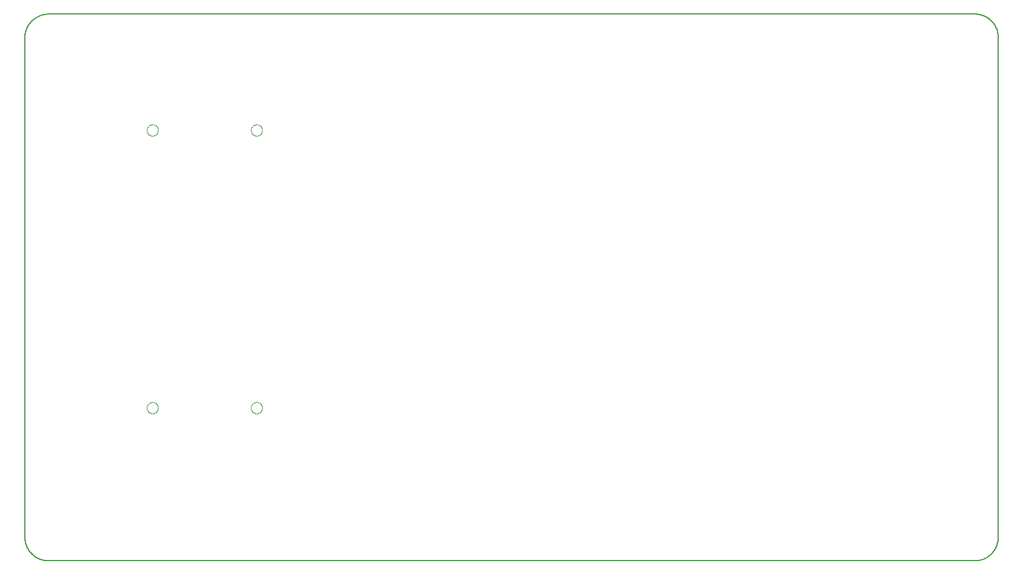
<source format=gbp>
G75*
%MOIN*%
%OFA0B0*%
%FSLAX25Y25*%
%IPPOS*%
%LPD*%
%AMOC8*
5,1,8,0,0,1.08239X$1,22.5*
%
%ADD10C,0.00600*%
%ADD11C,0.00000*%
D10*
X0021119Y0007483D02*
X0279165Y0007512D01*
X0555044Y0007512D01*
X0555371Y0007516D01*
X0555697Y0007528D01*
X0556023Y0007548D01*
X0556349Y0007575D01*
X0556674Y0007611D01*
X0556997Y0007654D01*
X0557320Y0007705D01*
X0557642Y0007764D01*
X0557961Y0007831D01*
X0558280Y0007905D01*
X0558596Y0007987D01*
X0558910Y0008077D01*
X0559222Y0008174D01*
X0559531Y0008278D01*
X0559838Y0008391D01*
X0560142Y0008510D01*
X0560443Y0008637D01*
X0560741Y0008771D01*
X0561036Y0008912D01*
X0561327Y0009061D01*
X0561614Y0009216D01*
X0561898Y0009378D01*
X0562178Y0009547D01*
X0562453Y0009723D01*
X0562724Y0009905D01*
X0562991Y0010094D01*
X0563253Y0010289D01*
X0563510Y0010491D01*
X0563762Y0010698D01*
X0564009Y0010912D01*
X0564251Y0011132D01*
X0564488Y0011357D01*
X0564719Y0011588D01*
X0564944Y0011825D01*
X0565164Y0012067D01*
X0565378Y0012314D01*
X0565585Y0012566D01*
X0565787Y0012823D01*
X0565982Y0013085D01*
X0566171Y0013352D01*
X0566353Y0013623D01*
X0566529Y0013898D01*
X0566698Y0014178D01*
X0566860Y0014462D01*
X0567015Y0014749D01*
X0567164Y0015040D01*
X0567305Y0015335D01*
X0567439Y0015633D01*
X0567566Y0015934D01*
X0567685Y0016238D01*
X0567798Y0016545D01*
X0567902Y0016854D01*
X0567999Y0017166D01*
X0568089Y0017480D01*
X0568171Y0017796D01*
X0568245Y0018115D01*
X0568312Y0018434D01*
X0568371Y0018756D01*
X0568422Y0019079D01*
X0568465Y0019402D01*
X0568501Y0019727D01*
X0568528Y0020053D01*
X0568548Y0020379D01*
X0568560Y0020705D01*
X0568564Y0021032D01*
X0568564Y0309091D01*
X0568565Y0309091D02*
X0568561Y0309415D01*
X0568549Y0309739D01*
X0568530Y0310063D01*
X0568502Y0310386D01*
X0568467Y0310708D01*
X0568424Y0311029D01*
X0568374Y0311349D01*
X0568315Y0311668D01*
X0568249Y0311986D01*
X0568175Y0312301D01*
X0568094Y0312615D01*
X0568005Y0312927D01*
X0567908Y0313236D01*
X0567805Y0313543D01*
X0567693Y0313848D01*
X0567575Y0314149D01*
X0567449Y0314448D01*
X0567316Y0314744D01*
X0567176Y0315036D01*
X0567029Y0315325D01*
X0566874Y0315610D01*
X0566713Y0315891D01*
X0566546Y0316169D01*
X0566371Y0316442D01*
X0566191Y0316711D01*
X0566003Y0316976D01*
X0565809Y0317235D01*
X0565610Y0317491D01*
X0565404Y0317741D01*
X0565192Y0317986D01*
X0564974Y0318226D01*
X0564750Y0318461D01*
X0564521Y0318690D01*
X0564286Y0318914D01*
X0564046Y0319132D01*
X0563801Y0319344D01*
X0563551Y0319550D01*
X0563295Y0319749D01*
X0563036Y0319943D01*
X0562771Y0320131D01*
X0562502Y0320311D01*
X0562229Y0320486D01*
X0561951Y0320653D01*
X0561670Y0320814D01*
X0561385Y0320969D01*
X0561096Y0321116D01*
X0560804Y0321256D01*
X0560508Y0321389D01*
X0560209Y0321515D01*
X0559908Y0321633D01*
X0559603Y0321745D01*
X0559296Y0321848D01*
X0558987Y0321945D01*
X0558675Y0322034D01*
X0558361Y0322115D01*
X0558046Y0322189D01*
X0557728Y0322255D01*
X0557409Y0322314D01*
X0557089Y0322364D01*
X0556768Y0322407D01*
X0556446Y0322442D01*
X0556123Y0322470D01*
X0555799Y0322489D01*
X0555475Y0322501D01*
X0555151Y0322505D01*
X0021123Y0322505D01*
X0020794Y0322501D01*
X0020465Y0322489D01*
X0020137Y0322469D01*
X0019809Y0322441D01*
X0019482Y0322406D01*
X0019156Y0322362D01*
X0018831Y0322311D01*
X0018508Y0322251D01*
X0018186Y0322184D01*
X0017865Y0322109D01*
X0017547Y0322027D01*
X0017231Y0321937D01*
X0016917Y0321839D01*
X0016605Y0321733D01*
X0016296Y0321620D01*
X0015990Y0321500D01*
X0015687Y0321372D01*
X0015387Y0321237D01*
X0015090Y0321095D01*
X0014797Y0320946D01*
X0014508Y0320789D01*
X0014222Y0320626D01*
X0013941Y0320456D01*
X0013663Y0320279D01*
X0013391Y0320095D01*
X0013122Y0319905D01*
X0012858Y0319709D01*
X0012599Y0319506D01*
X0012345Y0319297D01*
X0012097Y0319082D01*
X0011853Y0318861D01*
X0011615Y0318634D01*
X0011382Y0318401D01*
X0011155Y0318163D01*
X0010934Y0317919D01*
X0010719Y0317671D01*
X0010510Y0317417D01*
X0010307Y0317158D01*
X0010111Y0316894D01*
X0009921Y0316625D01*
X0009737Y0316353D01*
X0009560Y0316075D01*
X0009390Y0315794D01*
X0009227Y0315508D01*
X0009070Y0315219D01*
X0008921Y0314926D01*
X0008779Y0314629D01*
X0008644Y0314329D01*
X0008516Y0314026D01*
X0008396Y0313720D01*
X0008283Y0313411D01*
X0008177Y0313099D01*
X0008079Y0312785D01*
X0007989Y0312469D01*
X0007907Y0312151D01*
X0007832Y0311830D01*
X0007765Y0311508D01*
X0007705Y0311185D01*
X0007654Y0310860D01*
X0007610Y0310534D01*
X0007575Y0310207D01*
X0007547Y0309879D01*
X0007527Y0309551D01*
X0007515Y0309222D01*
X0007511Y0308893D01*
X0007512Y0308893D02*
X0007512Y0021090D01*
X0007516Y0020761D01*
X0007528Y0020433D01*
X0007548Y0020104D01*
X0007576Y0019777D01*
X0007611Y0019450D01*
X0007655Y0019124D01*
X0007706Y0018799D01*
X0007765Y0018476D01*
X0007833Y0018154D01*
X0007907Y0017834D01*
X0007990Y0017515D01*
X0008080Y0017199D01*
X0008178Y0016885D01*
X0008283Y0016574D01*
X0008396Y0016265D01*
X0008517Y0015959D01*
X0008644Y0015656D01*
X0008779Y0015356D01*
X0008921Y0015059D01*
X0009071Y0014767D01*
X0009227Y0014477D01*
X0009390Y0014192D01*
X0009560Y0013910D01*
X0009737Y0013633D01*
X0009921Y0013360D01*
X0010111Y0013092D01*
X0010307Y0012828D01*
X0010510Y0012569D01*
X0010719Y0012316D01*
X0010934Y0012067D01*
X0011155Y0011823D01*
X0011382Y0011585D01*
X0011614Y0011353D01*
X0011852Y0011126D01*
X0012096Y0010905D01*
X0012345Y0010690D01*
X0012598Y0010481D01*
X0012857Y0010278D01*
X0013121Y0010082D01*
X0013389Y0009892D01*
X0013662Y0009708D01*
X0013939Y0009531D01*
X0014221Y0009361D01*
X0014506Y0009198D01*
X0014796Y0009042D01*
X0015088Y0008892D01*
X0015385Y0008750D01*
X0015685Y0008615D01*
X0015988Y0008488D01*
X0016294Y0008367D01*
X0016603Y0008254D01*
X0016914Y0008149D01*
X0017228Y0008051D01*
X0017544Y0007961D01*
X0017863Y0007878D01*
X0018183Y0007804D01*
X0018505Y0007736D01*
X0018828Y0007677D01*
X0019153Y0007626D01*
X0019479Y0007582D01*
X0019806Y0007547D01*
X0020133Y0007519D01*
X0020462Y0007499D01*
X0020790Y0007487D01*
X0021119Y0007483D01*
D11*
X0077797Y0095609D02*
X0077799Y0095722D01*
X0077805Y0095836D01*
X0077815Y0095949D01*
X0077829Y0096061D01*
X0077846Y0096173D01*
X0077868Y0096285D01*
X0077894Y0096395D01*
X0077923Y0096505D01*
X0077956Y0096613D01*
X0077993Y0096721D01*
X0078034Y0096826D01*
X0078078Y0096931D01*
X0078126Y0097034D01*
X0078177Y0097135D01*
X0078232Y0097234D01*
X0078291Y0097331D01*
X0078353Y0097426D01*
X0078418Y0097519D01*
X0078486Y0097610D01*
X0078557Y0097698D01*
X0078632Y0097784D01*
X0078709Y0097867D01*
X0078789Y0097947D01*
X0078872Y0098024D01*
X0078958Y0098099D01*
X0079046Y0098170D01*
X0079137Y0098238D01*
X0079230Y0098303D01*
X0079325Y0098365D01*
X0079422Y0098424D01*
X0079521Y0098479D01*
X0079622Y0098530D01*
X0079725Y0098578D01*
X0079830Y0098622D01*
X0079935Y0098663D01*
X0080043Y0098700D01*
X0080151Y0098733D01*
X0080261Y0098762D01*
X0080371Y0098788D01*
X0080483Y0098810D01*
X0080595Y0098827D01*
X0080707Y0098841D01*
X0080820Y0098851D01*
X0080934Y0098857D01*
X0081047Y0098859D01*
X0081160Y0098857D01*
X0081274Y0098851D01*
X0081387Y0098841D01*
X0081499Y0098827D01*
X0081611Y0098810D01*
X0081723Y0098788D01*
X0081833Y0098762D01*
X0081943Y0098733D01*
X0082051Y0098700D01*
X0082159Y0098663D01*
X0082264Y0098622D01*
X0082369Y0098578D01*
X0082472Y0098530D01*
X0082573Y0098479D01*
X0082672Y0098424D01*
X0082769Y0098365D01*
X0082864Y0098303D01*
X0082957Y0098238D01*
X0083048Y0098170D01*
X0083136Y0098099D01*
X0083222Y0098024D01*
X0083305Y0097947D01*
X0083385Y0097867D01*
X0083462Y0097784D01*
X0083537Y0097698D01*
X0083608Y0097610D01*
X0083676Y0097519D01*
X0083741Y0097426D01*
X0083803Y0097331D01*
X0083862Y0097234D01*
X0083917Y0097135D01*
X0083968Y0097034D01*
X0084016Y0096931D01*
X0084060Y0096826D01*
X0084101Y0096721D01*
X0084138Y0096613D01*
X0084171Y0096505D01*
X0084200Y0096395D01*
X0084226Y0096285D01*
X0084248Y0096173D01*
X0084265Y0096061D01*
X0084279Y0095949D01*
X0084289Y0095836D01*
X0084295Y0095722D01*
X0084297Y0095609D01*
X0084295Y0095496D01*
X0084289Y0095382D01*
X0084279Y0095269D01*
X0084265Y0095157D01*
X0084248Y0095045D01*
X0084226Y0094933D01*
X0084200Y0094823D01*
X0084171Y0094713D01*
X0084138Y0094605D01*
X0084101Y0094497D01*
X0084060Y0094392D01*
X0084016Y0094287D01*
X0083968Y0094184D01*
X0083917Y0094083D01*
X0083862Y0093984D01*
X0083803Y0093887D01*
X0083741Y0093792D01*
X0083676Y0093699D01*
X0083608Y0093608D01*
X0083537Y0093520D01*
X0083462Y0093434D01*
X0083385Y0093351D01*
X0083305Y0093271D01*
X0083222Y0093194D01*
X0083136Y0093119D01*
X0083048Y0093048D01*
X0082957Y0092980D01*
X0082864Y0092915D01*
X0082769Y0092853D01*
X0082672Y0092794D01*
X0082573Y0092739D01*
X0082472Y0092688D01*
X0082369Y0092640D01*
X0082264Y0092596D01*
X0082159Y0092555D01*
X0082051Y0092518D01*
X0081943Y0092485D01*
X0081833Y0092456D01*
X0081723Y0092430D01*
X0081611Y0092408D01*
X0081499Y0092391D01*
X0081387Y0092377D01*
X0081274Y0092367D01*
X0081160Y0092361D01*
X0081047Y0092359D01*
X0080934Y0092361D01*
X0080820Y0092367D01*
X0080707Y0092377D01*
X0080595Y0092391D01*
X0080483Y0092408D01*
X0080371Y0092430D01*
X0080261Y0092456D01*
X0080151Y0092485D01*
X0080043Y0092518D01*
X0079935Y0092555D01*
X0079830Y0092596D01*
X0079725Y0092640D01*
X0079622Y0092688D01*
X0079521Y0092739D01*
X0079422Y0092794D01*
X0079325Y0092853D01*
X0079230Y0092915D01*
X0079137Y0092980D01*
X0079046Y0093048D01*
X0078958Y0093119D01*
X0078872Y0093194D01*
X0078789Y0093271D01*
X0078709Y0093351D01*
X0078632Y0093434D01*
X0078557Y0093520D01*
X0078486Y0093608D01*
X0078418Y0093699D01*
X0078353Y0093792D01*
X0078291Y0093887D01*
X0078232Y0093984D01*
X0078177Y0094083D01*
X0078126Y0094184D01*
X0078078Y0094287D01*
X0078034Y0094392D01*
X0077993Y0094497D01*
X0077956Y0094605D01*
X0077923Y0094713D01*
X0077894Y0094823D01*
X0077868Y0094933D01*
X0077846Y0095045D01*
X0077829Y0095157D01*
X0077815Y0095269D01*
X0077805Y0095382D01*
X0077799Y0095496D01*
X0077797Y0095609D01*
X0137797Y0095609D02*
X0137799Y0095722D01*
X0137805Y0095836D01*
X0137815Y0095949D01*
X0137829Y0096061D01*
X0137846Y0096173D01*
X0137868Y0096285D01*
X0137894Y0096395D01*
X0137923Y0096505D01*
X0137956Y0096613D01*
X0137993Y0096721D01*
X0138034Y0096826D01*
X0138078Y0096931D01*
X0138126Y0097034D01*
X0138177Y0097135D01*
X0138232Y0097234D01*
X0138291Y0097331D01*
X0138353Y0097426D01*
X0138418Y0097519D01*
X0138486Y0097610D01*
X0138557Y0097698D01*
X0138632Y0097784D01*
X0138709Y0097867D01*
X0138789Y0097947D01*
X0138872Y0098024D01*
X0138958Y0098099D01*
X0139046Y0098170D01*
X0139137Y0098238D01*
X0139230Y0098303D01*
X0139325Y0098365D01*
X0139422Y0098424D01*
X0139521Y0098479D01*
X0139622Y0098530D01*
X0139725Y0098578D01*
X0139830Y0098622D01*
X0139935Y0098663D01*
X0140043Y0098700D01*
X0140151Y0098733D01*
X0140261Y0098762D01*
X0140371Y0098788D01*
X0140483Y0098810D01*
X0140595Y0098827D01*
X0140707Y0098841D01*
X0140820Y0098851D01*
X0140934Y0098857D01*
X0141047Y0098859D01*
X0141160Y0098857D01*
X0141274Y0098851D01*
X0141387Y0098841D01*
X0141499Y0098827D01*
X0141611Y0098810D01*
X0141723Y0098788D01*
X0141833Y0098762D01*
X0141943Y0098733D01*
X0142051Y0098700D01*
X0142159Y0098663D01*
X0142264Y0098622D01*
X0142369Y0098578D01*
X0142472Y0098530D01*
X0142573Y0098479D01*
X0142672Y0098424D01*
X0142769Y0098365D01*
X0142864Y0098303D01*
X0142957Y0098238D01*
X0143048Y0098170D01*
X0143136Y0098099D01*
X0143222Y0098024D01*
X0143305Y0097947D01*
X0143385Y0097867D01*
X0143462Y0097784D01*
X0143537Y0097698D01*
X0143608Y0097610D01*
X0143676Y0097519D01*
X0143741Y0097426D01*
X0143803Y0097331D01*
X0143862Y0097234D01*
X0143917Y0097135D01*
X0143968Y0097034D01*
X0144016Y0096931D01*
X0144060Y0096826D01*
X0144101Y0096721D01*
X0144138Y0096613D01*
X0144171Y0096505D01*
X0144200Y0096395D01*
X0144226Y0096285D01*
X0144248Y0096173D01*
X0144265Y0096061D01*
X0144279Y0095949D01*
X0144289Y0095836D01*
X0144295Y0095722D01*
X0144297Y0095609D01*
X0144295Y0095496D01*
X0144289Y0095382D01*
X0144279Y0095269D01*
X0144265Y0095157D01*
X0144248Y0095045D01*
X0144226Y0094933D01*
X0144200Y0094823D01*
X0144171Y0094713D01*
X0144138Y0094605D01*
X0144101Y0094497D01*
X0144060Y0094392D01*
X0144016Y0094287D01*
X0143968Y0094184D01*
X0143917Y0094083D01*
X0143862Y0093984D01*
X0143803Y0093887D01*
X0143741Y0093792D01*
X0143676Y0093699D01*
X0143608Y0093608D01*
X0143537Y0093520D01*
X0143462Y0093434D01*
X0143385Y0093351D01*
X0143305Y0093271D01*
X0143222Y0093194D01*
X0143136Y0093119D01*
X0143048Y0093048D01*
X0142957Y0092980D01*
X0142864Y0092915D01*
X0142769Y0092853D01*
X0142672Y0092794D01*
X0142573Y0092739D01*
X0142472Y0092688D01*
X0142369Y0092640D01*
X0142264Y0092596D01*
X0142159Y0092555D01*
X0142051Y0092518D01*
X0141943Y0092485D01*
X0141833Y0092456D01*
X0141723Y0092430D01*
X0141611Y0092408D01*
X0141499Y0092391D01*
X0141387Y0092377D01*
X0141274Y0092367D01*
X0141160Y0092361D01*
X0141047Y0092359D01*
X0140934Y0092361D01*
X0140820Y0092367D01*
X0140707Y0092377D01*
X0140595Y0092391D01*
X0140483Y0092408D01*
X0140371Y0092430D01*
X0140261Y0092456D01*
X0140151Y0092485D01*
X0140043Y0092518D01*
X0139935Y0092555D01*
X0139830Y0092596D01*
X0139725Y0092640D01*
X0139622Y0092688D01*
X0139521Y0092739D01*
X0139422Y0092794D01*
X0139325Y0092853D01*
X0139230Y0092915D01*
X0139137Y0092980D01*
X0139046Y0093048D01*
X0138958Y0093119D01*
X0138872Y0093194D01*
X0138789Y0093271D01*
X0138709Y0093351D01*
X0138632Y0093434D01*
X0138557Y0093520D01*
X0138486Y0093608D01*
X0138418Y0093699D01*
X0138353Y0093792D01*
X0138291Y0093887D01*
X0138232Y0093984D01*
X0138177Y0094083D01*
X0138126Y0094184D01*
X0138078Y0094287D01*
X0138034Y0094392D01*
X0137993Y0094497D01*
X0137956Y0094605D01*
X0137923Y0094713D01*
X0137894Y0094823D01*
X0137868Y0094933D01*
X0137846Y0095045D01*
X0137829Y0095157D01*
X0137815Y0095269D01*
X0137805Y0095382D01*
X0137799Y0095496D01*
X0137797Y0095609D01*
X0137797Y0255609D02*
X0137799Y0255722D01*
X0137805Y0255836D01*
X0137815Y0255949D01*
X0137829Y0256061D01*
X0137846Y0256173D01*
X0137868Y0256285D01*
X0137894Y0256395D01*
X0137923Y0256505D01*
X0137956Y0256613D01*
X0137993Y0256721D01*
X0138034Y0256826D01*
X0138078Y0256931D01*
X0138126Y0257034D01*
X0138177Y0257135D01*
X0138232Y0257234D01*
X0138291Y0257331D01*
X0138353Y0257426D01*
X0138418Y0257519D01*
X0138486Y0257610D01*
X0138557Y0257698D01*
X0138632Y0257784D01*
X0138709Y0257867D01*
X0138789Y0257947D01*
X0138872Y0258024D01*
X0138958Y0258099D01*
X0139046Y0258170D01*
X0139137Y0258238D01*
X0139230Y0258303D01*
X0139325Y0258365D01*
X0139422Y0258424D01*
X0139521Y0258479D01*
X0139622Y0258530D01*
X0139725Y0258578D01*
X0139830Y0258622D01*
X0139935Y0258663D01*
X0140043Y0258700D01*
X0140151Y0258733D01*
X0140261Y0258762D01*
X0140371Y0258788D01*
X0140483Y0258810D01*
X0140595Y0258827D01*
X0140707Y0258841D01*
X0140820Y0258851D01*
X0140934Y0258857D01*
X0141047Y0258859D01*
X0141160Y0258857D01*
X0141274Y0258851D01*
X0141387Y0258841D01*
X0141499Y0258827D01*
X0141611Y0258810D01*
X0141723Y0258788D01*
X0141833Y0258762D01*
X0141943Y0258733D01*
X0142051Y0258700D01*
X0142159Y0258663D01*
X0142264Y0258622D01*
X0142369Y0258578D01*
X0142472Y0258530D01*
X0142573Y0258479D01*
X0142672Y0258424D01*
X0142769Y0258365D01*
X0142864Y0258303D01*
X0142957Y0258238D01*
X0143048Y0258170D01*
X0143136Y0258099D01*
X0143222Y0258024D01*
X0143305Y0257947D01*
X0143385Y0257867D01*
X0143462Y0257784D01*
X0143537Y0257698D01*
X0143608Y0257610D01*
X0143676Y0257519D01*
X0143741Y0257426D01*
X0143803Y0257331D01*
X0143862Y0257234D01*
X0143917Y0257135D01*
X0143968Y0257034D01*
X0144016Y0256931D01*
X0144060Y0256826D01*
X0144101Y0256721D01*
X0144138Y0256613D01*
X0144171Y0256505D01*
X0144200Y0256395D01*
X0144226Y0256285D01*
X0144248Y0256173D01*
X0144265Y0256061D01*
X0144279Y0255949D01*
X0144289Y0255836D01*
X0144295Y0255722D01*
X0144297Y0255609D01*
X0144295Y0255496D01*
X0144289Y0255382D01*
X0144279Y0255269D01*
X0144265Y0255157D01*
X0144248Y0255045D01*
X0144226Y0254933D01*
X0144200Y0254823D01*
X0144171Y0254713D01*
X0144138Y0254605D01*
X0144101Y0254497D01*
X0144060Y0254392D01*
X0144016Y0254287D01*
X0143968Y0254184D01*
X0143917Y0254083D01*
X0143862Y0253984D01*
X0143803Y0253887D01*
X0143741Y0253792D01*
X0143676Y0253699D01*
X0143608Y0253608D01*
X0143537Y0253520D01*
X0143462Y0253434D01*
X0143385Y0253351D01*
X0143305Y0253271D01*
X0143222Y0253194D01*
X0143136Y0253119D01*
X0143048Y0253048D01*
X0142957Y0252980D01*
X0142864Y0252915D01*
X0142769Y0252853D01*
X0142672Y0252794D01*
X0142573Y0252739D01*
X0142472Y0252688D01*
X0142369Y0252640D01*
X0142264Y0252596D01*
X0142159Y0252555D01*
X0142051Y0252518D01*
X0141943Y0252485D01*
X0141833Y0252456D01*
X0141723Y0252430D01*
X0141611Y0252408D01*
X0141499Y0252391D01*
X0141387Y0252377D01*
X0141274Y0252367D01*
X0141160Y0252361D01*
X0141047Y0252359D01*
X0140934Y0252361D01*
X0140820Y0252367D01*
X0140707Y0252377D01*
X0140595Y0252391D01*
X0140483Y0252408D01*
X0140371Y0252430D01*
X0140261Y0252456D01*
X0140151Y0252485D01*
X0140043Y0252518D01*
X0139935Y0252555D01*
X0139830Y0252596D01*
X0139725Y0252640D01*
X0139622Y0252688D01*
X0139521Y0252739D01*
X0139422Y0252794D01*
X0139325Y0252853D01*
X0139230Y0252915D01*
X0139137Y0252980D01*
X0139046Y0253048D01*
X0138958Y0253119D01*
X0138872Y0253194D01*
X0138789Y0253271D01*
X0138709Y0253351D01*
X0138632Y0253434D01*
X0138557Y0253520D01*
X0138486Y0253608D01*
X0138418Y0253699D01*
X0138353Y0253792D01*
X0138291Y0253887D01*
X0138232Y0253984D01*
X0138177Y0254083D01*
X0138126Y0254184D01*
X0138078Y0254287D01*
X0138034Y0254392D01*
X0137993Y0254497D01*
X0137956Y0254605D01*
X0137923Y0254713D01*
X0137894Y0254823D01*
X0137868Y0254933D01*
X0137846Y0255045D01*
X0137829Y0255157D01*
X0137815Y0255269D01*
X0137805Y0255382D01*
X0137799Y0255496D01*
X0137797Y0255609D01*
X0077797Y0255609D02*
X0077799Y0255722D01*
X0077805Y0255836D01*
X0077815Y0255949D01*
X0077829Y0256061D01*
X0077846Y0256173D01*
X0077868Y0256285D01*
X0077894Y0256395D01*
X0077923Y0256505D01*
X0077956Y0256613D01*
X0077993Y0256721D01*
X0078034Y0256826D01*
X0078078Y0256931D01*
X0078126Y0257034D01*
X0078177Y0257135D01*
X0078232Y0257234D01*
X0078291Y0257331D01*
X0078353Y0257426D01*
X0078418Y0257519D01*
X0078486Y0257610D01*
X0078557Y0257698D01*
X0078632Y0257784D01*
X0078709Y0257867D01*
X0078789Y0257947D01*
X0078872Y0258024D01*
X0078958Y0258099D01*
X0079046Y0258170D01*
X0079137Y0258238D01*
X0079230Y0258303D01*
X0079325Y0258365D01*
X0079422Y0258424D01*
X0079521Y0258479D01*
X0079622Y0258530D01*
X0079725Y0258578D01*
X0079830Y0258622D01*
X0079935Y0258663D01*
X0080043Y0258700D01*
X0080151Y0258733D01*
X0080261Y0258762D01*
X0080371Y0258788D01*
X0080483Y0258810D01*
X0080595Y0258827D01*
X0080707Y0258841D01*
X0080820Y0258851D01*
X0080934Y0258857D01*
X0081047Y0258859D01*
X0081160Y0258857D01*
X0081274Y0258851D01*
X0081387Y0258841D01*
X0081499Y0258827D01*
X0081611Y0258810D01*
X0081723Y0258788D01*
X0081833Y0258762D01*
X0081943Y0258733D01*
X0082051Y0258700D01*
X0082159Y0258663D01*
X0082264Y0258622D01*
X0082369Y0258578D01*
X0082472Y0258530D01*
X0082573Y0258479D01*
X0082672Y0258424D01*
X0082769Y0258365D01*
X0082864Y0258303D01*
X0082957Y0258238D01*
X0083048Y0258170D01*
X0083136Y0258099D01*
X0083222Y0258024D01*
X0083305Y0257947D01*
X0083385Y0257867D01*
X0083462Y0257784D01*
X0083537Y0257698D01*
X0083608Y0257610D01*
X0083676Y0257519D01*
X0083741Y0257426D01*
X0083803Y0257331D01*
X0083862Y0257234D01*
X0083917Y0257135D01*
X0083968Y0257034D01*
X0084016Y0256931D01*
X0084060Y0256826D01*
X0084101Y0256721D01*
X0084138Y0256613D01*
X0084171Y0256505D01*
X0084200Y0256395D01*
X0084226Y0256285D01*
X0084248Y0256173D01*
X0084265Y0256061D01*
X0084279Y0255949D01*
X0084289Y0255836D01*
X0084295Y0255722D01*
X0084297Y0255609D01*
X0084295Y0255496D01*
X0084289Y0255382D01*
X0084279Y0255269D01*
X0084265Y0255157D01*
X0084248Y0255045D01*
X0084226Y0254933D01*
X0084200Y0254823D01*
X0084171Y0254713D01*
X0084138Y0254605D01*
X0084101Y0254497D01*
X0084060Y0254392D01*
X0084016Y0254287D01*
X0083968Y0254184D01*
X0083917Y0254083D01*
X0083862Y0253984D01*
X0083803Y0253887D01*
X0083741Y0253792D01*
X0083676Y0253699D01*
X0083608Y0253608D01*
X0083537Y0253520D01*
X0083462Y0253434D01*
X0083385Y0253351D01*
X0083305Y0253271D01*
X0083222Y0253194D01*
X0083136Y0253119D01*
X0083048Y0253048D01*
X0082957Y0252980D01*
X0082864Y0252915D01*
X0082769Y0252853D01*
X0082672Y0252794D01*
X0082573Y0252739D01*
X0082472Y0252688D01*
X0082369Y0252640D01*
X0082264Y0252596D01*
X0082159Y0252555D01*
X0082051Y0252518D01*
X0081943Y0252485D01*
X0081833Y0252456D01*
X0081723Y0252430D01*
X0081611Y0252408D01*
X0081499Y0252391D01*
X0081387Y0252377D01*
X0081274Y0252367D01*
X0081160Y0252361D01*
X0081047Y0252359D01*
X0080934Y0252361D01*
X0080820Y0252367D01*
X0080707Y0252377D01*
X0080595Y0252391D01*
X0080483Y0252408D01*
X0080371Y0252430D01*
X0080261Y0252456D01*
X0080151Y0252485D01*
X0080043Y0252518D01*
X0079935Y0252555D01*
X0079830Y0252596D01*
X0079725Y0252640D01*
X0079622Y0252688D01*
X0079521Y0252739D01*
X0079422Y0252794D01*
X0079325Y0252853D01*
X0079230Y0252915D01*
X0079137Y0252980D01*
X0079046Y0253048D01*
X0078958Y0253119D01*
X0078872Y0253194D01*
X0078789Y0253271D01*
X0078709Y0253351D01*
X0078632Y0253434D01*
X0078557Y0253520D01*
X0078486Y0253608D01*
X0078418Y0253699D01*
X0078353Y0253792D01*
X0078291Y0253887D01*
X0078232Y0253984D01*
X0078177Y0254083D01*
X0078126Y0254184D01*
X0078078Y0254287D01*
X0078034Y0254392D01*
X0077993Y0254497D01*
X0077956Y0254605D01*
X0077923Y0254713D01*
X0077894Y0254823D01*
X0077868Y0254933D01*
X0077846Y0255045D01*
X0077829Y0255157D01*
X0077815Y0255269D01*
X0077805Y0255382D01*
X0077799Y0255496D01*
X0077797Y0255609D01*
M02*

</source>
